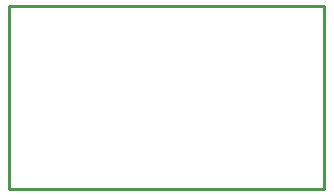
<source format=gko>
%FSLAX25Y25*%
%MOIN*%
G70*
G01*
G75*
G04 Layer_Color=16711935*
%ADD10R,0.03543X0.02756*%
%ADD11R,0.02756X0.03543*%
%ADD12R,0.03543X0.03150*%
%ADD13R,0.05906X0.05906*%
%ADD14R,0.08858X0.01969*%
%ADD15O,0.08858X0.01969*%
%ADD16C,0.01969*%
%ADD17C,0.00394*%
%ADD18R,0.05906X0.05906*%
%ADD19C,0.05906*%
%ADD20O,0.03937X0.07874*%
%ADD21O,0.03937X0.07874*%
%ADD22C,0.03150*%
%ADD23C,0.00787*%
%ADD24C,0.00984*%
%ADD25C,0.00591*%
%ADD26R,0.04343X0.03556*%
%ADD27R,0.03556X0.04343*%
%ADD28R,0.04343X0.03950*%
%ADD29R,0.06706X0.06706*%
%ADD30R,0.09658X0.02769*%
%ADD31O,0.09658X0.02769*%
%ADD32R,0.06706X0.06706*%
%ADD33C,0.06706*%
%ADD34O,0.04737X0.08674*%
%ADD35O,0.04737X0.08674*%
%ADD36C,0.03950*%
%ADD37C,0.01000*%
D37*
X305500Y314800D02*
X410500D01*
Y253800D02*
Y314800D01*
X305500Y253800D02*
X410500D01*
X305500D02*
Y314800D01*
M02*

</source>
